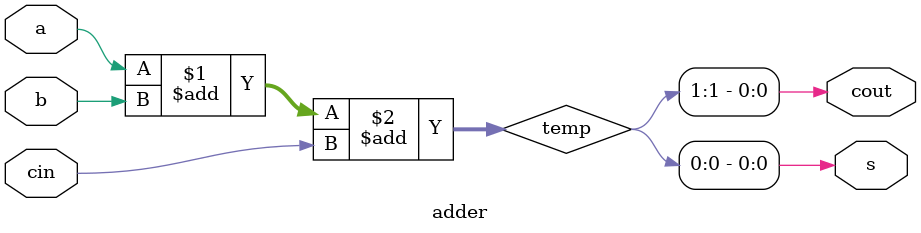
<source format=sv>
module adder (
    input bit a,
    input bit b,
    input bit cin,
    output bit s,
    output bit cout
);
    wire [1:0] temp;
    assign temp = a + b + cin;
    assign s = temp[0];
    assign cout = temp[1];
endmodule

</source>
